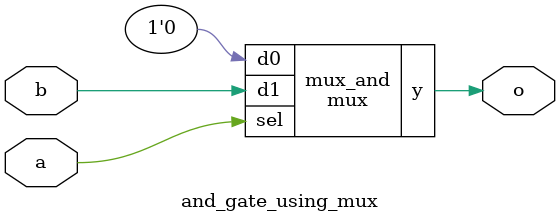
<source format=sv>

module mux
(
  input  d0, d1,
  input  sel,
  output y
);

  assign y = sel ? d1 : d0;

endmodule

//----------------------------------------------------------------------------
// Task
//----------------------------------------------------------------------------

module and_gate_using_mux
(
    input  a,
    input  b,
    output o
);

  // Task:
  // Implement and gate using instance(s) of mux,
  // constants 0 and 1, and wire connections

  mux mux_and
  (
    .sel(a),
    .d1(b), .d0(0),
    .y(o)
  );

endmodule

</source>
